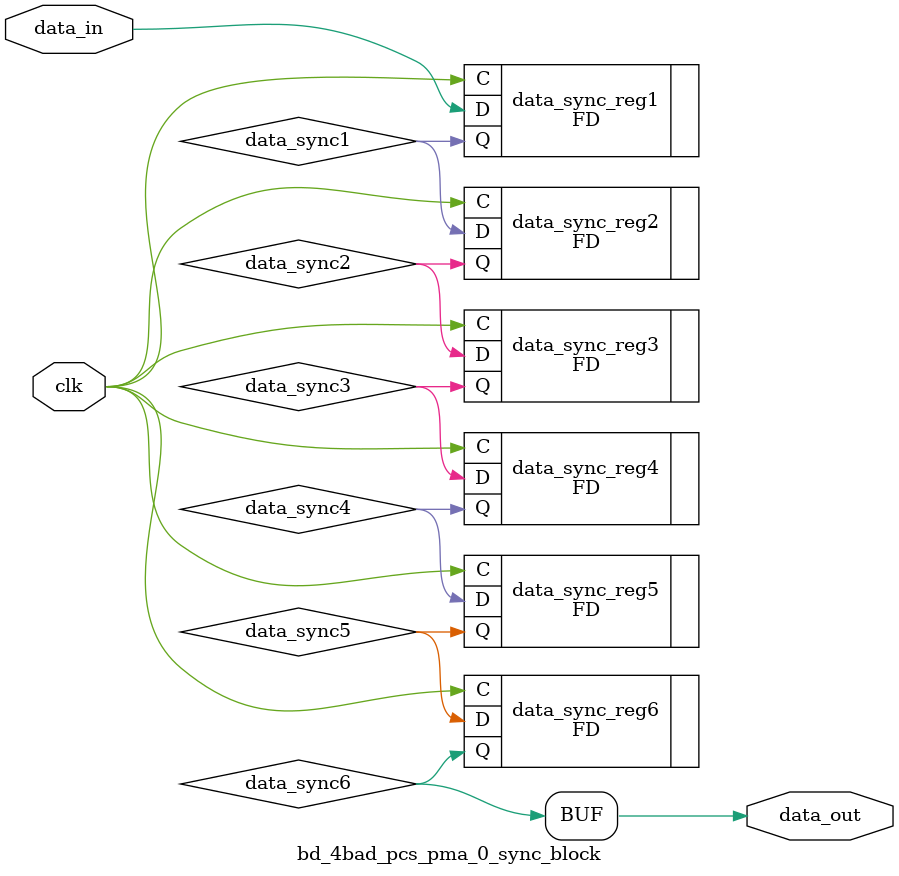
<source format=v>

`timescale 1ps / 1ps

module bd_4bad_pcs_pma_0_sync_block #(
  parameter INITIALISE = 2'b00
)
(
  input        clk,              // clock to be sync'ed to
  input        data_in,          // Data to be 'synced'
  output       data_out          // synced data
);

  // Internal Signals
  wire data_sync1;
  wire data_sync2;
  wire data_sync3;
  wire data_sync4;
  wire data_sync5;
  wire data_sync6;


  (* shreg_extract = "no", ASYNC_REG = "TRUE" *)
  FD #(
    .INIT (INITIALISE[0])
  ) data_sync_reg1 (
    .C  (clk),
    .D  (data_in),
    .Q  (data_sync1)
  );


  (* shreg_extract = "no", ASYNC_REG = "TRUE" *)
  FD #(
   .INIT (INITIALISE[1])
  ) data_sync_reg2 (
  .C  (clk),
  .D  (data_sync1),
  .Q  (data_sync2)
  );


  (* shreg_extract = "no", ASYNC_REG = "TRUE" *)
  FD #(
   .INIT (INITIALISE[1])
  ) data_sync_reg3 (
  .C  (clk),
  .D  (data_sync2),
  .Q  (data_sync3)
  );

  (* shreg_extract = "no", ASYNC_REG = "TRUE" *)
  FD #(
   .INIT (INITIALISE[1])
  ) data_sync_reg4 (
  .C  (clk),
  .D  (data_sync3),
  .Q  (data_sync4)
  );

  (* shreg_extract = "no", ASYNC_REG = "TRUE" *)
  FD #(
   .INIT (INITIALISE[1])
  ) data_sync_reg5 (
  .C  (clk),
  .D  (data_sync4),
  .Q  (data_sync5)
  );

  (* shreg_extract = "no", ASYNC_REG = "TRUE" *)
  FD #(
   .INIT (INITIALISE[1])
  ) data_sync_reg6 (
  .C  (clk),
  .D  (data_sync5),
  .Q  (data_sync6)
  );
  assign data_out = data_sync6;


endmodule



</source>
